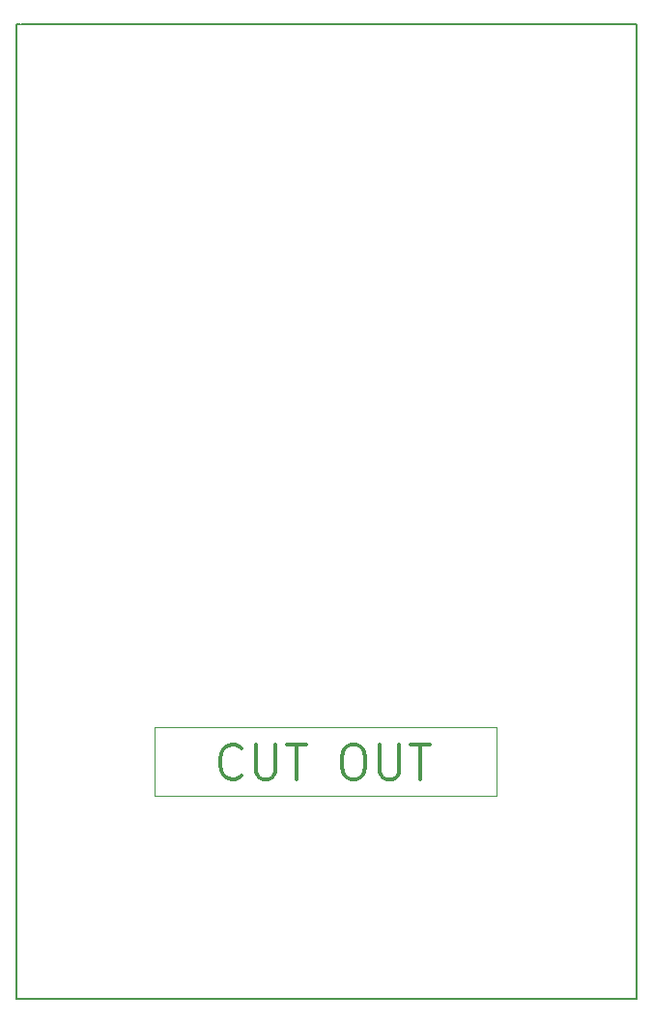
<source format=gm1>
G04 This is an RS-274x file exported by *
G04 gerbv version 2.6.1 *
G04 More information is available about gerbv at *
G04 http://gerbv.geda-project.org/ *
G04 --End of header info--*
%MOIN*%
%FSLAX34Y34*%
%IPPOS*%
G04 --Define apertures--*
%ADD10C,0.0039*%
%ADD11C,0.0000*%
%ADD12C,0.0059*%
%ADD13C,0.0118*%
G04 --Start main section--*
G54D11*
G01X0054409Y-051417D02*
G01X0054409Y-049055D01*
G01X0066220Y-051417D02*
G01X0054409Y-051417D01*
G01X0066220Y-049055D02*
G01X0066220Y-051417D01*
G01X0054409Y-049055D02*
G01X0066220Y-049055D01*
G54D12*
G01X0071040Y-058420D02*
G01X0070770Y-058420D01*
G01X0071040Y-028600D02*
G01X0071040Y-058420D01*
G01X0049640Y-058420D02*
G01X0070780Y-058420D01*
G01X0049640Y-028440D02*
G01X0049640Y-058420D01*
G01X0071040Y-024840D02*
G01X0071040Y-026110D01*
G01X0052400Y-024840D02*
G01X0071040Y-024840D01*
G01X0049640Y-024840D02*
G01X0049790Y-024840D01*
G01X0049640Y-028440D02*
G01X0049640Y-024840D01*
G01X0052400Y-024840D02*
G01X0049800Y-024840D01*
G01X0071040Y-028600D02*
G01X0071040Y-026090D01*
G01X0000000Y0000000D02*
G54D13*
G01X0057396Y-050737D02*
G01X0057340Y-050793D01*
G01X0057340Y-050793D02*
G01X0057171Y-050849D01*
G01X0057171Y-050849D02*
G01X0057058Y-050849D01*
G01X0057058Y-050849D02*
G01X0056890Y-050793D01*
G01X0056890Y-050793D02*
G01X0056777Y-050681D01*
G01X0056777Y-050681D02*
G01X0056721Y-050568D01*
G01X0056721Y-050568D02*
G01X0056665Y-050343D01*
G01X0056665Y-050343D02*
G01X0056665Y-050174D01*
G01X0056665Y-050174D02*
G01X0056721Y-049949D01*
G01X0056721Y-049949D02*
G01X0056777Y-049837D01*
G01X0056777Y-049837D02*
G01X0056890Y-049724D01*
G01X0056890Y-049724D02*
G01X0057058Y-049668D01*
G01X0057058Y-049668D02*
G01X0057171Y-049668D01*
G01X0057171Y-049668D02*
G01X0057340Y-049724D01*
G01X0057340Y-049724D02*
G01X0057396Y-049781D01*
G01X0057902Y-049668D02*
G01X0057902Y-050624D01*
G01X0057902Y-050624D02*
G01X0057958Y-050737D01*
G01X0057958Y-050737D02*
G01X0058015Y-050793D01*
G01X0058015Y-050793D02*
G01X0058127Y-050849D01*
G01X0058127Y-050849D02*
G01X0058352Y-050849D01*
G01X0058352Y-050849D02*
G01X0058465Y-050793D01*
G01X0058465Y-050793D02*
G01X0058521Y-050737D01*
G01X0058521Y-050737D02*
G01X0058577Y-050624D01*
G01X0058577Y-050624D02*
G01X0058577Y-049668D01*
G01X0058971Y-049668D02*
G01X0059646Y-049668D01*
G01X0059308Y-050849D02*
G01X0059308Y-049668D01*
G01X0061164Y-049668D02*
G01X0061389Y-049668D01*
G01X0061389Y-049668D02*
G01X0061502Y-049724D01*
G01X0061502Y-049724D02*
G01X0061614Y-049837D01*
G01X0061614Y-049837D02*
G01X0061670Y-050062D01*
G01X0061670Y-050062D02*
G01X0061670Y-050456D01*
G01X0061670Y-050456D02*
G01X0061614Y-050681D01*
G01X0061614Y-050681D02*
G01X0061502Y-050793D01*
G01X0061502Y-050793D02*
G01X0061389Y-050849D01*
G01X0061389Y-050849D02*
G01X0061164Y-050849D01*
G01X0061164Y-050849D02*
G01X0061052Y-050793D01*
G01X0061052Y-050793D02*
G01X0060939Y-050681D01*
G01X0060939Y-050681D02*
G01X0060883Y-050456D01*
G01X0060883Y-050456D02*
G01X0060883Y-050062D01*
G01X0060883Y-050062D02*
G01X0060939Y-049837D01*
G01X0060939Y-049837D02*
G01X0061052Y-049724D01*
G01X0061052Y-049724D02*
G01X0061164Y-049668D01*
G01X0062177Y-049668D02*
G01X0062177Y-050624D01*
G01X0062177Y-050624D02*
G01X0062233Y-050737D01*
G01X0062233Y-050737D02*
G01X0062289Y-050793D01*
G01X0062289Y-050793D02*
G01X0062402Y-050849D01*
G01X0062402Y-050849D02*
G01X0062627Y-050849D01*
G01X0062627Y-050849D02*
G01X0062739Y-050793D01*
G01X0062739Y-050793D02*
G01X0062795Y-050737D01*
G01X0062795Y-050737D02*
G01X0062852Y-050624D01*
G01X0062852Y-050624D02*
G01X0062852Y-049668D01*
G01X0063245Y-049668D02*
G01X0063920Y-049668D01*
G01X0063583Y-050849D02*
G01X0063583Y-049668D01*
M02*

</source>
